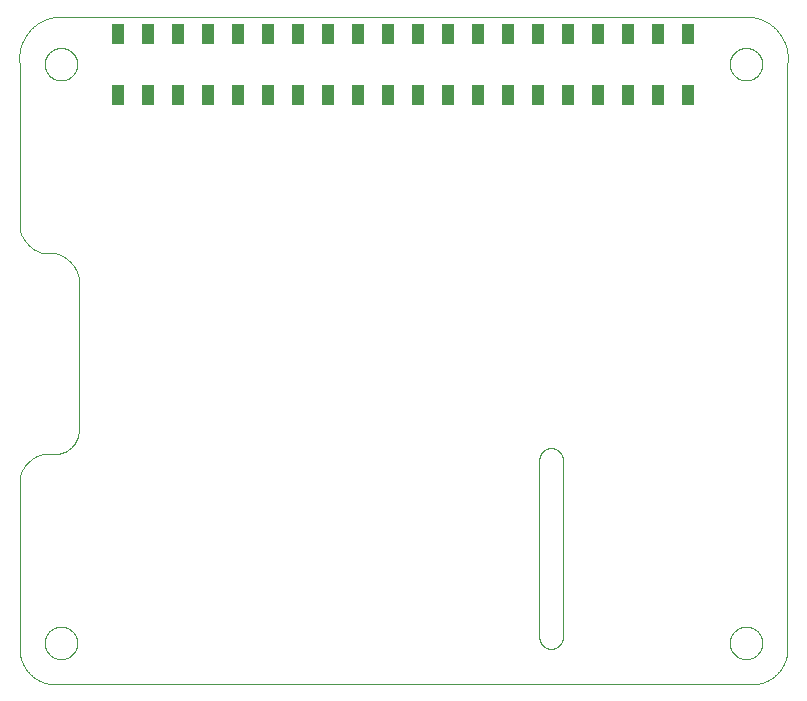
<source format=gbp>
G75*
%MOIN*%
%OFA0B0*%
%FSLAX25Y25*%
%IPPOS*%
%LPD*%
%AMOC8*
5,1,8,0,0,1.08239X$1,22.5*
%
%ADD10C,0.00000*%
%ADD11R,0.03937X0.07087*%
D10*
X0033905Y0014811D02*
X0033905Y0071898D01*
X0033962Y0072141D01*
X0034025Y0072383D01*
X0034094Y0072624D01*
X0034169Y0072862D01*
X0034250Y0073099D01*
X0034336Y0073334D01*
X0034428Y0073566D01*
X0034525Y0073797D01*
X0034628Y0074025D01*
X0034736Y0074250D01*
X0034850Y0074473D01*
X0034969Y0074693D01*
X0035093Y0074910D01*
X0035223Y0075124D01*
X0035358Y0075334D01*
X0035497Y0075542D01*
X0035642Y0075746D01*
X0035791Y0075946D01*
X0035946Y0076143D01*
X0036105Y0076336D01*
X0036268Y0076525D01*
X0036436Y0076710D01*
X0036609Y0076891D01*
X0036786Y0077068D01*
X0036967Y0077241D01*
X0037152Y0077409D01*
X0037341Y0077572D01*
X0037534Y0077731D01*
X0037731Y0077886D01*
X0037931Y0078035D01*
X0038135Y0078180D01*
X0038343Y0078319D01*
X0038553Y0078454D01*
X0038767Y0078584D01*
X0038984Y0078708D01*
X0039204Y0078827D01*
X0039427Y0078941D01*
X0039652Y0079049D01*
X0039880Y0079152D01*
X0040111Y0079249D01*
X0040343Y0079341D01*
X0040578Y0079427D01*
X0040815Y0079508D01*
X0041053Y0079583D01*
X0041294Y0079652D01*
X0041536Y0079715D01*
X0041779Y0079772D01*
X0045716Y0079772D01*
X0045906Y0079774D01*
X0046096Y0079781D01*
X0046286Y0079793D01*
X0046476Y0079809D01*
X0046665Y0079829D01*
X0046854Y0079855D01*
X0047042Y0079884D01*
X0047229Y0079919D01*
X0047415Y0079958D01*
X0047600Y0080001D01*
X0047785Y0080049D01*
X0047968Y0080101D01*
X0048149Y0080157D01*
X0048329Y0080218D01*
X0048508Y0080284D01*
X0048685Y0080353D01*
X0048861Y0080427D01*
X0049034Y0080505D01*
X0049206Y0080588D01*
X0049375Y0080674D01*
X0049543Y0080764D01*
X0049708Y0080859D01*
X0049871Y0080957D01*
X0050031Y0081060D01*
X0050189Y0081166D01*
X0050344Y0081276D01*
X0050497Y0081389D01*
X0050647Y0081507D01*
X0050793Y0081628D01*
X0050937Y0081752D01*
X0051078Y0081880D01*
X0051216Y0082011D01*
X0051351Y0082146D01*
X0051482Y0082284D01*
X0051610Y0082425D01*
X0051734Y0082569D01*
X0051855Y0082715D01*
X0051973Y0082865D01*
X0052086Y0083018D01*
X0052196Y0083173D01*
X0052302Y0083331D01*
X0052405Y0083491D01*
X0052503Y0083654D01*
X0052598Y0083819D01*
X0052688Y0083987D01*
X0052774Y0084156D01*
X0052857Y0084328D01*
X0052935Y0084501D01*
X0053009Y0084677D01*
X0053078Y0084854D01*
X0053144Y0085033D01*
X0053205Y0085213D01*
X0053261Y0085394D01*
X0053313Y0085577D01*
X0053361Y0085762D01*
X0053404Y0085947D01*
X0053443Y0086133D01*
X0053478Y0086320D01*
X0053507Y0086508D01*
X0053533Y0086697D01*
X0053553Y0086886D01*
X0053569Y0087076D01*
X0053581Y0087266D01*
X0053588Y0087456D01*
X0053590Y0087646D01*
X0053590Y0138827D01*
X0053591Y0138827D02*
X0053522Y0139083D01*
X0053446Y0139338D01*
X0053365Y0139590D01*
X0053277Y0139841D01*
X0053184Y0140089D01*
X0053084Y0140336D01*
X0052978Y0140579D01*
X0052867Y0140820D01*
X0052749Y0141058D01*
X0052626Y0141294D01*
X0052498Y0141526D01*
X0052363Y0141755D01*
X0052223Y0141980D01*
X0052078Y0142203D01*
X0051927Y0142421D01*
X0051771Y0142636D01*
X0051610Y0142847D01*
X0051444Y0143054D01*
X0051273Y0143257D01*
X0051097Y0143456D01*
X0050916Y0143651D01*
X0050731Y0143841D01*
X0050541Y0144026D01*
X0050346Y0144207D01*
X0050147Y0144383D01*
X0049944Y0144554D01*
X0049737Y0144720D01*
X0049526Y0144881D01*
X0049311Y0145037D01*
X0049093Y0145188D01*
X0048870Y0145333D01*
X0048645Y0145473D01*
X0048416Y0145608D01*
X0048184Y0145736D01*
X0047948Y0145859D01*
X0047710Y0145977D01*
X0047469Y0146088D01*
X0047226Y0146194D01*
X0046979Y0146294D01*
X0046731Y0146387D01*
X0046480Y0146475D01*
X0046228Y0146556D01*
X0045973Y0146632D01*
X0045717Y0146701D01*
X0045716Y0146701D02*
X0041779Y0146701D01*
X0033905Y0154575D02*
X0033905Y0209693D01*
X0042272Y0209693D02*
X0042274Y0209840D01*
X0042280Y0209986D01*
X0042290Y0210132D01*
X0042304Y0210278D01*
X0042322Y0210424D01*
X0042343Y0210569D01*
X0042369Y0210713D01*
X0042399Y0210857D01*
X0042432Y0210999D01*
X0042469Y0211141D01*
X0042510Y0211282D01*
X0042555Y0211421D01*
X0042604Y0211560D01*
X0042656Y0211697D01*
X0042713Y0211832D01*
X0042772Y0211966D01*
X0042836Y0212098D01*
X0042903Y0212228D01*
X0042973Y0212357D01*
X0043047Y0212484D01*
X0043124Y0212608D01*
X0043205Y0212731D01*
X0043289Y0212851D01*
X0043376Y0212969D01*
X0043466Y0213084D01*
X0043559Y0213197D01*
X0043656Y0213308D01*
X0043755Y0213416D01*
X0043857Y0213521D01*
X0043962Y0213623D01*
X0044070Y0213722D01*
X0044181Y0213819D01*
X0044294Y0213912D01*
X0044409Y0214002D01*
X0044527Y0214089D01*
X0044647Y0214173D01*
X0044770Y0214254D01*
X0044894Y0214331D01*
X0045021Y0214405D01*
X0045150Y0214475D01*
X0045280Y0214542D01*
X0045412Y0214606D01*
X0045546Y0214665D01*
X0045681Y0214722D01*
X0045818Y0214774D01*
X0045957Y0214823D01*
X0046096Y0214868D01*
X0046237Y0214909D01*
X0046379Y0214946D01*
X0046521Y0214979D01*
X0046665Y0215009D01*
X0046809Y0215035D01*
X0046954Y0215056D01*
X0047100Y0215074D01*
X0047246Y0215088D01*
X0047392Y0215098D01*
X0047538Y0215104D01*
X0047685Y0215106D01*
X0047832Y0215104D01*
X0047978Y0215098D01*
X0048124Y0215088D01*
X0048270Y0215074D01*
X0048416Y0215056D01*
X0048561Y0215035D01*
X0048705Y0215009D01*
X0048849Y0214979D01*
X0048991Y0214946D01*
X0049133Y0214909D01*
X0049274Y0214868D01*
X0049413Y0214823D01*
X0049552Y0214774D01*
X0049689Y0214722D01*
X0049824Y0214665D01*
X0049958Y0214606D01*
X0050090Y0214542D01*
X0050220Y0214475D01*
X0050349Y0214405D01*
X0050476Y0214331D01*
X0050600Y0214254D01*
X0050723Y0214173D01*
X0050843Y0214089D01*
X0050961Y0214002D01*
X0051076Y0213912D01*
X0051189Y0213819D01*
X0051300Y0213722D01*
X0051408Y0213623D01*
X0051513Y0213521D01*
X0051615Y0213416D01*
X0051714Y0213308D01*
X0051811Y0213197D01*
X0051904Y0213084D01*
X0051994Y0212969D01*
X0052081Y0212851D01*
X0052165Y0212731D01*
X0052246Y0212608D01*
X0052323Y0212484D01*
X0052397Y0212357D01*
X0052467Y0212228D01*
X0052534Y0212098D01*
X0052598Y0211966D01*
X0052657Y0211832D01*
X0052714Y0211697D01*
X0052766Y0211560D01*
X0052815Y0211421D01*
X0052860Y0211282D01*
X0052901Y0211141D01*
X0052938Y0210999D01*
X0052971Y0210857D01*
X0053001Y0210713D01*
X0053027Y0210569D01*
X0053048Y0210424D01*
X0053066Y0210278D01*
X0053080Y0210132D01*
X0053090Y0209986D01*
X0053096Y0209840D01*
X0053098Y0209693D01*
X0053096Y0209546D01*
X0053090Y0209400D01*
X0053080Y0209254D01*
X0053066Y0209108D01*
X0053048Y0208962D01*
X0053027Y0208817D01*
X0053001Y0208673D01*
X0052971Y0208529D01*
X0052938Y0208387D01*
X0052901Y0208245D01*
X0052860Y0208104D01*
X0052815Y0207965D01*
X0052766Y0207826D01*
X0052714Y0207689D01*
X0052657Y0207554D01*
X0052598Y0207420D01*
X0052534Y0207288D01*
X0052467Y0207158D01*
X0052397Y0207029D01*
X0052323Y0206902D01*
X0052246Y0206778D01*
X0052165Y0206655D01*
X0052081Y0206535D01*
X0051994Y0206417D01*
X0051904Y0206302D01*
X0051811Y0206189D01*
X0051714Y0206078D01*
X0051615Y0205970D01*
X0051513Y0205865D01*
X0051408Y0205763D01*
X0051300Y0205664D01*
X0051189Y0205567D01*
X0051076Y0205474D01*
X0050961Y0205384D01*
X0050843Y0205297D01*
X0050723Y0205213D01*
X0050600Y0205132D01*
X0050476Y0205055D01*
X0050349Y0204981D01*
X0050220Y0204911D01*
X0050090Y0204844D01*
X0049958Y0204780D01*
X0049824Y0204721D01*
X0049689Y0204664D01*
X0049552Y0204612D01*
X0049413Y0204563D01*
X0049274Y0204518D01*
X0049133Y0204477D01*
X0048991Y0204440D01*
X0048849Y0204407D01*
X0048705Y0204377D01*
X0048561Y0204351D01*
X0048416Y0204330D01*
X0048270Y0204312D01*
X0048124Y0204298D01*
X0047978Y0204288D01*
X0047832Y0204282D01*
X0047685Y0204280D01*
X0047538Y0204282D01*
X0047392Y0204288D01*
X0047246Y0204298D01*
X0047100Y0204312D01*
X0046954Y0204330D01*
X0046809Y0204351D01*
X0046665Y0204377D01*
X0046521Y0204407D01*
X0046379Y0204440D01*
X0046237Y0204477D01*
X0046096Y0204518D01*
X0045957Y0204563D01*
X0045818Y0204612D01*
X0045681Y0204664D01*
X0045546Y0204721D01*
X0045412Y0204780D01*
X0045280Y0204844D01*
X0045150Y0204911D01*
X0045021Y0204981D01*
X0044894Y0205055D01*
X0044770Y0205132D01*
X0044647Y0205213D01*
X0044527Y0205297D01*
X0044409Y0205384D01*
X0044294Y0205474D01*
X0044181Y0205567D01*
X0044070Y0205664D01*
X0043962Y0205763D01*
X0043857Y0205865D01*
X0043755Y0205970D01*
X0043656Y0206078D01*
X0043559Y0206189D01*
X0043466Y0206302D01*
X0043376Y0206417D01*
X0043289Y0206535D01*
X0043205Y0206655D01*
X0043124Y0206778D01*
X0043047Y0206902D01*
X0042973Y0207029D01*
X0042903Y0207158D01*
X0042836Y0207288D01*
X0042772Y0207420D01*
X0042713Y0207554D01*
X0042656Y0207689D01*
X0042604Y0207826D01*
X0042555Y0207965D01*
X0042510Y0208104D01*
X0042469Y0208245D01*
X0042432Y0208387D01*
X0042399Y0208529D01*
X0042369Y0208673D01*
X0042343Y0208817D01*
X0042322Y0208962D01*
X0042304Y0209108D01*
X0042290Y0209254D01*
X0042280Y0209400D01*
X0042274Y0209546D01*
X0042272Y0209693D01*
X0033906Y0209693D02*
X0033862Y0210026D01*
X0033827Y0210361D01*
X0033800Y0210696D01*
X0033780Y0211032D01*
X0033769Y0211368D01*
X0033766Y0211704D01*
X0033771Y0212040D01*
X0033784Y0212377D01*
X0033806Y0212712D01*
X0033835Y0213047D01*
X0033873Y0213382D01*
X0033918Y0213715D01*
X0033972Y0214047D01*
X0034034Y0214378D01*
X0034103Y0214707D01*
X0034181Y0215034D01*
X0034266Y0215359D01*
X0034360Y0215682D01*
X0034461Y0216003D01*
X0034569Y0216321D01*
X0034686Y0216637D01*
X0034810Y0216950D01*
X0034941Y0217259D01*
X0035080Y0217566D01*
X0035227Y0217868D01*
X0035380Y0218168D01*
X0035541Y0218463D01*
X0035709Y0218755D01*
X0035884Y0219042D01*
X0036066Y0219325D01*
X0036254Y0219603D01*
X0036450Y0219877D01*
X0036652Y0220146D01*
X0036860Y0220410D01*
X0037074Y0220669D01*
X0037295Y0220923D01*
X0037522Y0221172D01*
X0037755Y0221414D01*
X0037993Y0221652D01*
X0038238Y0221883D01*
X0038487Y0222108D01*
X0038742Y0222327D01*
X0039003Y0222540D01*
X0039268Y0222747D01*
X0039539Y0222947D01*
X0039814Y0223141D01*
X0040093Y0223327D01*
X0040377Y0223507D01*
X0040666Y0223681D01*
X0040958Y0223847D01*
X0041255Y0224006D01*
X0041555Y0224157D01*
X0041859Y0224302D01*
X0042166Y0224439D01*
X0042476Y0224569D01*
X0042790Y0224691D01*
X0043106Y0224805D01*
X0043425Y0224912D01*
X0043746Y0225011D01*
X0044070Y0225102D01*
X0044396Y0225186D01*
X0044724Y0225261D01*
X0045053Y0225329D01*
X0045384Y0225389D01*
X0045717Y0225440D01*
X0045716Y0225441D02*
X0278000Y0225441D01*
X0277999Y0225440D02*
X0278332Y0225389D01*
X0278663Y0225329D01*
X0278992Y0225261D01*
X0279320Y0225186D01*
X0279646Y0225102D01*
X0279970Y0225011D01*
X0280291Y0224912D01*
X0280610Y0224805D01*
X0280926Y0224691D01*
X0281240Y0224569D01*
X0281550Y0224439D01*
X0281857Y0224302D01*
X0282161Y0224157D01*
X0282461Y0224006D01*
X0282758Y0223847D01*
X0283050Y0223681D01*
X0283339Y0223507D01*
X0283623Y0223327D01*
X0283902Y0223141D01*
X0284177Y0222947D01*
X0284448Y0222747D01*
X0284713Y0222540D01*
X0284974Y0222327D01*
X0285229Y0222108D01*
X0285478Y0221883D01*
X0285723Y0221652D01*
X0285961Y0221414D01*
X0286194Y0221172D01*
X0286421Y0220923D01*
X0286642Y0220669D01*
X0286856Y0220410D01*
X0287064Y0220146D01*
X0287266Y0219877D01*
X0287462Y0219603D01*
X0287650Y0219325D01*
X0287832Y0219042D01*
X0288007Y0218755D01*
X0288175Y0218463D01*
X0288336Y0218168D01*
X0288489Y0217868D01*
X0288636Y0217566D01*
X0288775Y0217259D01*
X0288906Y0216950D01*
X0289030Y0216637D01*
X0289147Y0216321D01*
X0289255Y0216003D01*
X0289356Y0215682D01*
X0289450Y0215359D01*
X0289535Y0215034D01*
X0289613Y0214707D01*
X0289682Y0214378D01*
X0289744Y0214047D01*
X0289798Y0213715D01*
X0289843Y0213382D01*
X0289881Y0213047D01*
X0289910Y0212712D01*
X0289932Y0212377D01*
X0289945Y0212040D01*
X0289950Y0211704D01*
X0289947Y0211368D01*
X0289936Y0211032D01*
X0289916Y0210696D01*
X0289889Y0210361D01*
X0289854Y0210026D01*
X0289810Y0209693D01*
X0289811Y0209693D02*
X0289811Y0014811D01*
X0289808Y0014526D01*
X0289797Y0014240D01*
X0289780Y0013955D01*
X0289756Y0013671D01*
X0289725Y0013387D01*
X0289687Y0013104D01*
X0289642Y0012823D01*
X0289591Y0012542D01*
X0289533Y0012262D01*
X0289468Y0011984D01*
X0289396Y0011708D01*
X0289318Y0011434D01*
X0289233Y0011161D01*
X0289141Y0010891D01*
X0289043Y0010623D01*
X0288939Y0010357D01*
X0288828Y0010094D01*
X0288711Y0009834D01*
X0288588Y0009576D01*
X0288458Y0009322D01*
X0288322Y0009071D01*
X0288181Y0008823D01*
X0288033Y0008579D01*
X0287880Y0008338D01*
X0287720Y0008102D01*
X0287555Y0007869D01*
X0287385Y0007640D01*
X0287209Y0007415D01*
X0287027Y0007195D01*
X0286841Y0006979D01*
X0286649Y0006768D01*
X0286452Y0006561D01*
X0286250Y0006359D01*
X0286043Y0006162D01*
X0285832Y0005970D01*
X0285616Y0005784D01*
X0285396Y0005602D01*
X0285171Y0005426D01*
X0284942Y0005256D01*
X0284709Y0005091D01*
X0284473Y0004931D01*
X0284232Y0004778D01*
X0283988Y0004630D01*
X0283740Y0004489D01*
X0283489Y0004353D01*
X0283235Y0004223D01*
X0282977Y0004100D01*
X0282717Y0003983D01*
X0282454Y0003872D01*
X0282188Y0003768D01*
X0281920Y0003670D01*
X0281650Y0003578D01*
X0281377Y0003493D01*
X0281103Y0003415D01*
X0280827Y0003343D01*
X0280549Y0003278D01*
X0280269Y0003220D01*
X0279988Y0003169D01*
X0279707Y0003124D01*
X0279424Y0003086D01*
X0279140Y0003055D01*
X0278856Y0003031D01*
X0278571Y0003014D01*
X0278285Y0003003D01*
X0278000Y0003000D01*
X0045716Y0003000D01*
X0045431Y0003003D01*
X0045145Y0003014D01*
X0044860Y0003031D01*
X0044576Y0003055D01*
X0044292Y0003086D01*
X0044009Y0003124D01*
X0043728Y0003169D01*
X0043447Y0003220D01*
X0043167Y0003278D01*
X0042889Y0003343D01*
X0042613Y0003415D01*
X0042339Y0003493D01*
X0042066Y0003578D01*
X0041796Y0003670D01*
X0041528Y0003768D01*
X0041262Y0003872D01*
X0040999Y0003983D01*
X0040739Y0004100D01*
X0040481Y0004223D01*
X0040227Y0004353D01*
X0039976Y0004489D01*
X0039728Y0004630D01*
X0039484Y0004778D01*
X0039243Y0004931D01*
X0039007Y0005091D01*
X0038774Y0005256D01*
X0038545Y0005426D01*
X0038320Y0005602D01*
X0038100Y0005784D01*
X0037884Y0005970D01*
X0037673Y0006162D01*
X0037466Y0006359D01*
X0037264Y0006561D01*
X0037067Y0006768D01*
X0036875Y0006979D01*
X0036689Y0007195D01*
X0036507Y0007415D01*
X0036331Y0007640D01*
X0036161Y0007869D01*
X0035996Y0008102D01*
X0035836Y0008338D01*
X0035683Y0008579D01*
X0035535Y0008823D01*
X0035394Y0009071D01*
X0035258Y0009322D01*
X0035128Y0009576D01*
X0035005Y0009834D01*
X0034888Y0010094D01*
X0034777Y0010357D01*
X0034673Y0010623D01*
X0034575Y0010891D01*
X0034483Y0011161D01*
X0034398Y0011434D01*
X0034320Y0011708D01*
X0034248Y0011984D01*
X0034183Y0012262D01*
X0034125Y0012542D01*
X0034074Y0012823D01*
X0034029Y0013104D01*
X0033991Y0013387D01*
X0033960Y0013671D01*
X0033936Y0013955D01*
X0033919Y0014240D01*
X0033908Y0014526D01*
X0033905Y0014811D01*
X0042272Y0016780D02*
X0042274Y0016927D01*
X0042280Y0017073D01*
X0042290Y0017219D01*
X0042304Y0017365D01*
X0042322Y0017511D01*
X0042343Y0017656D01*
X0042369Y0017800D01*
X0042399Y0017944D01*
X0042432Y0018086D01*
X0042469Y0018228D01*
X0042510Y0018369D01*
X0042555Y0018508D01*
X0042604Y0018647D01*
X0042656Y0018784D01*
X0042713Y0018919D01*
X0042772Y0019053D01*
X0042836Y0019185D01*
X0042903Y0019315D01*
X0042973Y0019444D01*
X0043047Y0019571D01*
X0043124Y0019695D01*
X0043205Y0019818D01*
X0043289Y0019938D01*
X0043376Y0020056D01*
X0043466Y0020171D01*
X0043559Y0020284D01*
X0043656Y0020395D01*
X0043755Y0020503D01*
X0043857Y0020608D01*
X0043962Y0020710D01*
X0044070Y0020809D01*
X0044181Y0020906D01*
X0044294Y0020999D01*
X0044409Y0021089D01*
X0044527Y0021176D01*
X0044647Y0021260D01*
X0044770Y0021341D01*
X0044894Y0021418D01*
X0045021Y0021492D01*
X0045150Y0021562D01*
X0045280Y0021629D01*
X0045412Y0021693D01*
X0045546Y0021752D01*
X0045681Y0021809D01*
X0045818Y0021861D01*
X0045957Y0021910D01*
X0046096Y0021955D01*
X0046237Y0021996D01*
X0046379Y0022033D01*
X0046521Y0022066D01*
X0046665Y0022096D01*
X0046809Y0022122D01*
X0046954Y0022143D01*
X0047100Y0022161D01*
X0047246Y0022175D01*
X0047392Y0022185D01*
X0047538Y0022191D01*
X0047685Y0022193D01*
X0047832Y0022191D01*
X0047978Y0022185D01*
X0048124Y0022175D01*
X0048270Y0022161D01*
X0048416Y0022143D01*
X0048561Y0022122D01*
X0048705Y0022096D01*
X0048849Y0022066D01*
X0048991Y0022033D01*
X0049133Y0021996D01*
X0049274Y0021955D01*
X0049413Y0021910D01*
X0049552Y0021861D01*
X0049689Y0021809D01*
X0049824Y0021752D01*
X0049958Y0021693D01*
X0050090Y0021629D01*
X0050220Y0021562D01*
X0050349Y0021492D01*
X0050476Y0021418D01*
X0050600Y0021341D01*
X0050723Y0021260D01*
X0050843Y0021176D01*
X0050961Y0021089D01*
X0051076Y0020999D01*
X0051189Y0020906D01*
X0051300Y0020809D01*
X0051408Y0020710D01*
X0051513Y0020608D01*
X0051615Y0020503D01*
X0051714Y0020395D01*
X0051811Y0020284D01*
X0051904Y0020171D01*
X0051994Y0020056D01*
X0052081Y0019938D01*
X0052165Y0019818D01*
X0052246Y0019695D01*
X0052323Y0019571D01*
X0052397Y0019444D01*
X0052467Y0019315D01*
X0052534Y0019185D01*
X0052598Y0019053D01*
X0052657Y0018919D01*
X0052714Y0018784D01*
X0052766Y0018647D01*
X0052815Y0018508D01*
X0052860Y0018369D01*
X0052901Y0018228D01*
X0052938Y0018086D01*
X0052971Y0017944D01*
X0053001Y0017800D01*
X0053027Y0017656D01*
X0053048Y0017511D01*
X0053066Y0017365D01*
X0053080Y0017219D01*
X0053090Y0017073D01*
X0053096Y0016927D01*
X0053098Y0016780D01*
X0053096Y0016633D01*
X0053090Y0016487D01*
X0053080Y0016341D01*
X0053066Y0016195D01*
X0053048Y0016049D01*
X0053027Y0015904D01*
X0053001Y0015760D01*
X0052971Y0015616D01*
X0052938Y0015474D01*
X0052901Y0015332D01*
X0052860Y0015191D01*
X0052815Y0015052D01*
X0052766Y0014913D01*
X0052714Y0014776D01*
X0052657Y0014641D01*
X0052598Y0014507D01*
X0052534Y0014375D01*
X0052467Y0014245D01*
X0052397Y0014116D01*
X0052323Y0013989D01*
X0052246Y0013865D01*
X0052165Y0013742D01*
X0052081Y0013622D01*
X0051994Y0013504D01*
X0051904Y0013389D01*
X0051811Y0013276D01*
X0051714Y0013165D01*
X0051615Y0013057D01*
X0051513Y0012952D01*
X0051408Y0012850D01*
X0051300Y0012751D01*
X0051189Y0012654D01*
X0051076Y0012561D01*
X0050961Y0012471D01*
X0050843Y0012384D01*
X0050723Y0012300D01*
X0050600Y0012219D01*
X0050476Y0012142D01*
X0050349Y0012068D01*
X0050220Y0011998D01*
X0050090Y0011931D01*
X0049958Y0011867D01*
X0049824Y0011808D01*
X0049689Y0011751D01*
X0049552Y0011699D01*
X0049413Y0011650D01*
X0049274Y0011605D01*
X0049133Y0011564D01*
X0048991Y0011527D01*
X0048849Y0011494D01*
X0048705Y0011464D01*
X0048561Y0011438D01*
X0048416Y0011417D01*
X0048270Y0011399D01*
X0048124Y0011385D01*
X0047978Y0011375D01*
X0047832Y0011369D01*
X0047685Y0011367D01*
X0047538Y0011369D01*
X0047392Y0011375D01*
X0047246Y0011385D01*
X0047100Y0011399D01*
X0046954Y0011417D01*
X0046809Y0011438D01*
X0046665Y0011464D01*
X0046521Y0011494D01*
X0046379Y0011527D01*
X0046237Y0011564D01*
X0046096Y0011605D01*
X0045957Y0011650D01*
X0045818Y0011699D01*
X0045681Y0011751D01*
X0045546Y0011808D01*
X0045412Y0011867D01*
X0045280Y0011931D01*
X0045150Y0011998D01*
X0045021Y0012068D01*
X0044894Y0012142D01*
X0044770Y0012219D01*
X0044647Y0012300D01*
X0044527Y0012384D01*
X0044409Y0012471D01*
X0044294Y0012561D01*
X0044181Y0012654D01*
X0044070Y0012751D01*
X0043962Y0012850D01*
X0043857Y0012952D01*
X0043755Y0013057D01*
X0043656Y0013165D01*
X0043559Y0013276D01*
X0043466Y0013389D01*
X0043376Y0013504D01*
X0043289Y0013622D01*
X0043205Y0013742D01*
X0043124Y0013865D01*
X0043047Y0013989D01*
X0042973Y0014116D01*
X0042903Y0014245D01*
X0042836Y0014375D01*
X0042772Y0014507D01*
X0042713Y0014641D01*
X0042656Y0014776D01*
X0042604Y0014913D01*
X0042555Y0015052D01*
X0042510Y0015191D01*
X0042469Y0015332D01*
X0042432Y0015474D01*
X0042399Y0015616D01*
X0042369Y0015760D01*
X0042343Y0015904D01*
X0042322Y0016049D01*
X0042304Y0016195D01*
X0042290Y0016341D01*
X0042280Y0016487D01*
X0042274Y0016633D01*
X0042272Y0016780D01*
X0207134Y0018748D02*
X0207134Y0077803D01*
X0207136Y0077927D01*
X0207142Y0078050D01*
X0207151Y0078174D01*
X0207165Y0078296D01*
X0207182Y0078419D01*
X0207204Y0078541D01*
X0207229Y0078662D01*
X0207258Y0078782D01*
X0207290Y0078901D01*
X0207327Y0079020D01*
X0207367Y0079137D01*
X0207410Y0079252D01*
X0207458Y0079367D01*
X0207509Y0079479D01*
X0207563Y0079590D01*
X0207621Y0079700D01*
X0207682Y0079807D01*
X0207747Y0079913D01*
X0207815Y0080016D01*
X0207886Y0080117D01*
X0207960Y0080216D01*
X0208037Y0080313D01*
X0208118Y0080407D01*
X0208201Y0080498D01*
X0208287Y0080587D01*
X0208376Y0080673D01*
X0208467Y0080756D01*
X0208561Y0080837D01*
X0208658Y0080914D01*
X0208757Y0080988D01*
X0208858Y0081059D01*
X0208961Y0081127D01*
X0209067Y0081192D01*
X0209174Y0081253D01*
X0209284Y0081311D01*
X0209395Y0081365D01*
X0209507Y0081416D01*
X0209622Y0081464D01*
X0209737Y0081507D01*
X0209854Y0081547D01*
X0209973Y0081584D01*
X0210092Y0081616D01*
X0210212Y0081645D01*
X0210333Y0081670D01*
X0210455Y0081692D01*
X0210578Y0081709D01*
X0210700Y0081723D01*
X0210824Y0081732D01*
X0210947Y0081738D01*
X0211071Y0081740D01*
X0211195Y0081738D01*
X0211318Y0081732D01*
X0211442Y0081723D01*
X0211564Y0081709D01*
X0211687Y0081692D01*
X0211809Y0081670D01*
X0211930Y0081645D01*
X0212050Y0081616D01*
X0212169Y0081584D01*
X0212288Y0081547D01*
X0212405Y0081507D01*
X0212520Y0081464D01*
X0212635Y0081416D01*
X0212747Y0081365D01*
X0212858Y0081311D01*
X0212968Y0081253D01*
X0213075Y0081192D01*
X0213181Y0081127D01*
X0213284Y0081059D01*
X0213385Y0080988D01*
X0213484Y0080914D01*
X0213581Y0080837D01*
X0213675Y0080756D01*
X0213766Y0080673D01*
X0213855Y0080587D01*
X0213941Y0080498D01*
X0214024Y0080407D01*
X0214105Y0080313D01*
X0214182Y0080216D01*
X0214256Y0080117D01*
X0214327Y0080016D01*
X0214395Y0079913D01*
X0214460Y0079807D01*
X0214521Y0079700D01*
X0214579Y0079590D01*
X0214633Y0079479D01*
X0214684Y0079367D01*
X0214732Y0079252D01*
X0214775Y0079137D01*
X0214815Y0079020D01*
X0214852Y0078901D01*
X0214884Y0078782D01*
X0214913Y0078662D01*
X0214938Y0078541D01*
X0214960Y0078419D01*
X0214977Y0078296D01*
X0214991Y0078174D01*
X0215000Y0078050D01*
X0215006Y0077927D01*
X0215008Y0077803D01*
X0215008Y0018748D01*
X0211071Y0014811D02*
X0210947Y0014813D01*
X0210824Y0014819D01*
X0210700Y0014828D01*
X0210578Y0014842D01*
X0210455Y0014859D01*
X0210333Y0014881D01*
X0210212Y0014906D01*
X0210092Y0014935D01*
X0209973Y0014967D01*
X0209854Y0015004D01*
X0209737Y0015044D01*
X0209622Y0015087D01*
X0209507Y0015135D01*
X0209395Y0015186D01*
X0209284Y0015240D01*
X0209174Y0015298D01*
X0209067Y0015359D01*
X0208961Y0015424D01*
X0208858Y0015492D01*
X0208757Y0015563D01*
X0208658Y0015637D01*
X0208561Y0015714D01*
X0208467Y0015795D01*
X0208376Y0015878D01*
X0208287Y0015964D01*
X0208201Y0016053D01*
X0208118Y0016144D01*
X0208037Y0016238D01*
X0207960Y0016335D01*
X0207886Y0016434D01*
X0207815Y0016535D01*
X0207747Y0016638D01*
X0207682Y0016744D01*
X0207621Y0016851D01*
X0207563Y0016961D01*
X0207509Y0017072D01*
X0207458Y0017184D01*
X0207410Y0017299D01*
X0207367Y0017414D01*
X0207327Y0017531D01*
X0207290Y0017650D01*
X0207258Y0017769D01*
X0207229Y0017889D01*
X0207204Y0018010D01*
X0207182Y0018132D01*
X0207165Y0018255D01*
X0207151Y0018377D01*
X0207142Y0018501D01*
X0207136Y0018624D01*
X0207134Y0018748D01*
X0211071Y0014811D02*
X0211195Y0014813D01*
X0211318Y0014819D01*
X0211442Y0014828D01*
X0211564Y0014842D01*
X0211687Y0014859D01*
X0211809Y0014881D01*
X0211930Y0014906D01*
X0212050Y0014935D01*
X0212169Y0014967D01*
X0212288Y0015004D01*
X0212405Y0015044D01*
X0212520Y0015087D01*
X0212635Y0015135D01*
X0212747Y0015186D01*
X0212858Y0015240D01*
X0212968Y0015298D01*
X0213075Y0015359D01*
X0213181Y0015424D01*
X0213284Y0015492D01*
X0213385Y0015563D01*
X0213484Y0015637D01*
X0213581Y0015714D01*
X0213675Y0015795D01*
X0213766Y0015878D01*
X0213855Y0015964D01*
X0213941Y0016053D01*
X0214024Y0016144D01*
X0214105Y0016238D01*
X0214182Y0016335D01*
X0214256Y0016434D01*
X0214327Y0016535D01*
X0214395Y0016638D01*
X0214460Y0016744D01*
X0214521Y0016851D01*
X0214579Y0016961D01*
X0214633Y0017072D01*
X0214684Y0017184D01*
X0214732Y0017299D01*
X0214775Y0017414D01*
X0214815Y0017531D01*
X0214852Y0017650D01*
X0214884Y0017769D01*
X0214913Y0017889D01*
X0214938Y0018010D01*
X0214960Y0018132D01*
X0214977Y0018255D01*
X0214991Y0018377D01*
X0215000Y0018501D01*
X0215006Y0018624D01*
X0215008Y0018748D01*
X0270618Y0016780D02*
X0270620Y0016927D01*
X0270626Y0017073D01*
X0270636Y0017219D01*
X0270650Y0017365D01*
X0270668Y0017511D01*
X0270689Y0017656D01*
X0270715Y0017800D01*
X0270745Y0017944D01*
X0270778Y0018086D01*
X0270815Y0018228D01*
X0270856Y0018369D01*
X0270901Y0018508D01*
X0270950Y0018647D01*
X0271002Y0018784D01*
X0271059Y0018919D01*
X0271118Y0019053D01*
X0271182Y0019185D01*
X0271249Y0019315D01*
X0271319Y0019444D01*
X0271393Y0019571D01*
X0271470Y0019695D01*
X0271551Y0019818D01*
X0271635Y0019938D01*
X0271722Y0020056D01*
X0271812Y0020171D01*
X0271905Y0020284D01*
X0272002Y0020395D01*
X0272101Y0020503D01*
X0272203Y0020608D01*
X0272308Y0020710D01*
X0272416Y0020809D01*
X0272527Y0020906D01*
X0272640Y0020999D01*
X0272755Y0021089D01*
X0272873Y0021176D01*
X0272993Y0021260D01*
X0273116Y0021341D01*
X0273240Y0021418D01*
X0273367Y0021492D01*
X0273496Y0021562D01*
X0273626Y0021629D01*
X0273758Y0021693D01*
X0273892Y0021752D01*
X0274027Y0021809D01*
X0274164Y0021861D01*
X0274303Y0021910D01*
X0274442Y0021955D01*
X0274583Y0021996D01*
X0274725Y0022033D01*
X0274867Y0022066D01*
X0275011Y0022096D01*
X0275155Y0022122D01*
X0275300Y0022143D01*
X0275446Y0022161D01*
X0275592Y0022175D01*
X0275738Y0022185D01*
X0275884Y0022191D01*
X0276031Y0022193D01*
X0276178Y0022191D01*
X0276324Y0022185D01*
X0276470Y0022175D01*
X0276616Y0022161D01*
X0276762Y0022143D01*
X0276907Y0022122D01*
X0277051Y0022096D01*
X0277195Y0022066D01*
X0277337Y0022033D01*
X0277479Y0021996D01*
X0277620Y0021955D01*
X0277759Y0021910D01*
X0277898Y0021861D01*
X0278035Y0021809D01*
X0278170Y0021752D01*
X0278304Y0021693D01*
X0278436Y0021629D01*
X0278566Y0021562D01*
X0278695Y0021492D01*
X0278822Y0021418D01*
X0278946Y0021341D01*
X0279069Y0021260D01*
X0279189Y0021176D01*
X0279307Y0021089D01*
X0279422Y0020999D01*
X0279535Y0020906D01*
X0279646Y0020809D01*
X0279754Y0020710D01*
X0279859Y0020608D01*
X0279961Y0020503D01*
X0280060Y0020395D01*
X0280157Y0020284D01*
X0280250Y0020171D01*
X0280340Y0020056D01*
X0280427Y0019938D01*
X0280511Y0019818D01*
X0280592Y0019695D01*
X0280669Y0019571D01*
X0280743Y0019444D01*
X0280813Y0019315D01*
X0280880Y0019185D01*
X0280944Y0019053D01*
X0281003Y0018919D01*
X0281060Y0018784D01*
X0281112Y0018647D01*
X0281161Y0018508D01*
X0281206Y0018369D01*
X0281247Y0018228D01*
X0281284Y0018086D01*
X0281317Y0017944D01*
X0281347Y0017800D01*
X0281373Y0017656D01*
X0281394Y0017511D01*
X0281412Y0017365D01*
X0281426Y0017219D01*
X0281436Y0017073D01*
X0281442Y0016927D01*
X0281444Y0016780D01*
X0281442Y0016633D01*
X0281436Y0016487D01*
X0281426Y0016341D01*
X0281412Y0016195D01*
X0281394Y0016049D01*
X0281373Y0015904D01*
X0281347Y0015760D01*
X0281317Y0015616D01*
X0281284Y0015474D01*
X0281247Y0015332D01*
X0281206Y0015191D01*
X0281161Y0015052D01*
X0281112Y0014913D01*
X0281060Y0014776D01*
X0281003Y0014641D01*
X0280944Y0014507D01*
X0280880Y0014375D01*
X0280813Y0014245D01*
X0280743Y0014116D01*
X0280669Y0013989D01*
X0280592Y0013865D01*
X0280511Y0013742D01*
X0280427Y0013622D01*
X0280340Y0013504D01*
X0280250Y0013389D01*
X0280157Y0013276D01*
X0280060Y0013165D01*
X0279961Y0013057D01*
X0279859Y0012952D01*
X0279754Y0012850D01*
X0279646Y0012751D01*
X0279535Y0012654D01*
X0279422Y0012561D01*
X0279307Y0012471D01*
X0279189Y0012384D01*
X0279069Y0012300D01*
X0278946Y0012219D01*
X0278822Y0012142D01*
X0278695Y0012068D01*
X0278566Y0011998D01*
X0278436Y0011931D01*
X0278304Y0011867D01*
X0278170Y0011808D01*
X0278035Y0011751D01*
X0277898Y0011699D01*
X0277759Y0011650D01*
X0277620Y0011605D01*
X0277479Y0011564D01*
X0277337Y0011527D01*
X0277195Y0011494D01*
X0277051Y0011464D01*
X0276907Y0011438D01*
X0276762Y0011417D01*
X0276616Y0011399D01*
X0276470Y0011385D01*
X0276324Y0011375D01*
X0276178Y0011369D01*
X0276031Y0011367D01*
X0275884Y0011369D01*
X0275738Y0011375D01*
X0275592Y0011385D01*
X0275446Y0011399D01*
X0275300Y0011417D01*
X0275155Y0011438D01*
X0275011Y0011464D01*
X0274867Y0011494D01*
X0274725Y0011527D01*
X0274583Y0011564D01*
X0274442Y0011605D01*
X0274303Y0011650D01*
X0274164Y0011699D01*
X0274027Y0011751D01*
X0273892Y0011808D01*
X0273758Y0011867D01*
X0273626Y0011931D01*
X0273496Y0011998D01*
X0273367Y0012068D01*
X0273240Y0012142D01*
X0273116Y0012219D01*
X0272993Y0012300D01*
X0272873Y0012384D01*
X0272755Y0012471D01*
X0272640Y0012561D01*
X0272527Y0012654D01*
X0272416Y0012751D01*
X0272308Y0012850D01*
X0272203Y0012952D01*
X0272101Y0013057D01*
X0272002Y0013165D01*
X0271905Y0013276D01*
X0271812Y0013389D01*
X0271722Y0013504D01*
X0271635Y0013622D01*
X0271551Y0013742D01*
X0271470Y0013865D01*
X0271393Y0013989D01*
X0271319Y0014116D01*
X0271249Y0014245D01*
X0271182Y0014375D01*
X0271118Y0014507D01*
X0271059Y0014641D01*
X0271002Y0014776D01*
X0270950Y0014913D01*
X0270901Y0015052D01*
X0270856Y0015191D01*
X0270815Y0015332D01*
X0270778Y0015474D01*
X0270745Y0015616D01*
X0270715Y0015760D01*
X0270689Y0015904D01*
X0270668Y0016049D01*
X0270650Y0016195D01*
X0270636Y0016341D01*
X0270626Y0016487D01*
X0270620Y0016633D01*
X0270618Y0016780D01*
X0041779Y0146700D02*
X0041523Y0146769D01*
X0041268Y0146845D01*
X0041016Y0146926D01*
X0040765Y0147014D01*
X0040517Y0147107D01*
X0040270Y0147207D01*
X0040027Y0147313D01*
X0039786Y0147424D01*
X0039548Y0147542D01*
X0039312Y0147665D01*
X0039080Y0147793D01*
X0038851Y0147928D01*
X0038626Y0148068D01*
X0038403Y0148213D01*
X0038185Y0148364D01*
X0037970Y0148520D01*
X0037759Y0148681D01*
X0037552Y0148847D01*
X0037349Y0149018D01*
X0037150Y0149194D01*
X0036955Y0149375D01*
X0036765Y0149560D01*
X0036580Y0149750D01*
X0036399Y0149945D01*
X0036223Y0150144D01*
X0036052Y0150347D01*
X0035886Y0150554D01*
X0035725Y0150765D01*
X0035569Y0150980D01*
X0035418Y0151198D01*
X0035273Y0151421D01*
X0035133Y0151646D01*
X0034998Y0151875D01*
X0034870Y0152107D01*
X0034747Y0152343D01*
X0034629Y0152581D01*
X0034518Y0152822D01*
X0034412Y0153065D01*
X0034312Y0153312D01*
X0034219Y0153560D01*
X0034131Y0153811D01*
X0034050Y0154063D01*
X0033974Y0154318D01*
X0033905Y0154574D01*
X0270618Y0209693D02*
X0270620Y0209840D01*
X0270626Y0209986D01*
X0270636Y0210132D01*
X0270650Y0210278D01*
X0270668Y0210424D01*
X0270689Y0210569D01*
X0270715Y0210713D01*
X0270745Y0210857D01*
X0270778Y0210999D01*
X0270815Y0211141D01*
X0270856Y0211282D01*
X0270901Y0211421D01*
X0270950Y0211560D01*
X0271002Y0211697D01*
X0271059Y0211832D01*
X0271118Y0211966D01*
X0271182Y0212098D01*
X0271249Y0212228D01*
X0271319Y0212357D01*
X0271393Y0212484D01*
X0271470Y0212608D01*
X0271551Y0212731D01*
X0271635Y0212851D01*
X0271722Y0212969D01*
X0271812Y0213084D01*
X0271905Y0213197D01*
X0272002Y0213308D01*
X0272101Y0213416D01*
X0272203Y0213521D01*
X0272308Y0213623D01*
X0272416Y0213722D01*
X0272527Y0213819D01*
X0272640Y0213912D01*
X0272755Y0214002D01*
X0272873Y0214089D01*
X0272993Y0214173D01*
X0273116Y0214254D01*
X0273240Y0214331D01*
X0273367Y0214405D01*
X0273496Y0214475D01*
X0273626Y0214542D01*
X0273758Y0214606D01*
X0273892Y0214665D01*
X0274027Y0214722D01*
X0274164Y0214774D01*
X0274303Y0214823D01*
X0274442Y0214868D01*
X0274583Y0214909D01*
X0274725Y0214946D01*
X0274867Y0214979D01*
X0275011Y0215009D01*
X0275155Y0215035D01*
X0275300Y0215056D01*
X0275446Y0215074D01*
X0275592Y0215088D01*
X0275738Y0215098D01*
X0275884Y0215104D01*
X0276031Y0215106D01*
X0276178Y0215104D01*
X0276324Y0215098D01*
X0276470Y0215088D01*
X0276616Y0215074D01*
X0276762Y0215056D01*
X0276907Y0215035D01*
X0277051Y0215009D01*
X0277195Y0214979D01*
X0277337Y0214946D01*
X0277479Y0214909D01*
X0277620Y0214868D01*
X0277759Y0214823D01*
X0277898Y0214774D01*
X0278035Y0214722D01*
X0278170Y0214665D01*
X0278304Y0214606D01*
X0278436Y0214542D01*
X0278566Y0214475D01*
X0278695Y0214405D01*
X0278822Y0214331D01*
X0278946Y0214254D01*
X0279069Y0214173D01*
X0279189Y0214089D01*
X0279307Y0214002D01*
X0279422Y0213912D01*
X0279535Y0213819D01*
X0279646Y0213722D01*
X0279754Y0213623D01*
X0279859Y0213521D01*
X0279961Y0213416D01*
X0280060Y0213308D01*
X0280157Y0213197D01*
X0280250Y0213084D01*
X0280340Y0212969D01*
X0280427Y0212851D01*
X0280511Y0212731D01*
X0280592Y0212608D01*
X0280669Y0212484D01*
X0280743Y0212357D01*
X0280813Y0212228D01*
X0280880Y0212098D01*
X0280944Y0211966D01*
X0281003Y0211832D01*
X0281060Y0211697D01*
X0281112Y0211560D01*
X0281161Y0211421D01*
X0281206Y0211282D01*
X0281247Y0211141D01*
X0281284Y0210999D01*
X0281317Y0210857D01*
X0281347Y0210713D01*
X0281373Y0210569D01*
X0281394Y0210424D01*
X0281412Y0210278D01*
X0281426Y0210132D01*
X0281436Y0209986D01*
X0281442Y0209840D01*
X0281444Y0209693D01*
X0281442Y0209546D01*
X0281436Y0209400D01*
X0281426Y0209254D01*
X0281412Y0209108D01*
X0281394Y0208962D01*
X0281373Y0208817D01*
X0281347Y0208673D01*
X0281317Y0208529D01*
X0281284Y0208387D01*
X0281247Y0208245D01*
X0281206Y0208104D01*
X0281161Y0207965D01*
X0281112Y0207826D01*
X0281060Y0207689D01*
X0281003Y0207554D01*
X0280944Y0207420D01*
X0280880Y0207288D01*
X0280813Y0207158D01*
X0280743Y0207029D01*
X0280669Y0206902D01*
X0280592Y0206778D01*
X0280511Y0206655D01*
X0280427Y0206535D01*
X0280340Y0206417D01*
X0280250Y0206302D01*
X0280157Y0206189D01*
X0280060Y0206078D01*
X0279961Y0205970D01*
X0279859Y0205865D01*
X0279754Y0205763D01*
X0279646Y0205664D01*
X0279535Y0205567D01*
X0279422Y0205474D01*
X0279307Y0205384D01*
X0279189Y0205297D01*
X0279069Y0205213D01*
X0278946Y0205132D01*
X0278822Y0205055D01*
X0278695Y0204981D01*
X0278566Y0204911D01*
X0278436Y0204844D01*
X0278304Y0204780D01*
X0278170Y0204721D01*
X0278035Y0204664D01*
X0277898Y0204612D01*
X0277759Y0204563D01*
X0277620Y0204518D01*
X0277479Y0204477D01*
X0277337Y0204440D01*
X0277195Y0204407D01*
X0277051Y0204377D01*
X0276907Y0204351D01*
X0276762Y0204330D01*
X0276616Y0204312D01*
X0276470Y0204298D01*
X0276324Y0204288D01*
X0276178Y0204282D01*
X0276031Y0204280D01*
X0275884Y0204282D01*
X0275738Y0204288D01*
X0275592Y0204298D01*
X0275446Y0204312D01*
X0275300Y0204330D01*
X0275155Y0204351D01*
X0275011Y0204377D01*
X0274867Y0204407D01*
X0274725Y0204440D01*
X0274583Y0204477D01*
X0274442Y0204518D01*
X0274303Y0204563D01*
X0274164Y0204612D01*
X0274027Y0204664D01*
X0273892Y0204721D01*
X0273758Y0204780D01*
X0273626Y0204844D01*
X0273496Y0204911D01*
X0273367Y0204981D01*
X0273240Y0205055D01*
X0273116Y0205132D01*
X0272993Y0205213D01*
X0272873Y0205297D01*
X0272755Y0205384D01*
X0272640Y0205474D01*
X0272527Y0205567D01*
X0272416Y0205664D01*
X0272308Y0205763D01*
X0272203Y0205865D01*
X0272101Y0205970D01*
X0272002Y0206078D01*
X0271905Y0206189D01*
X0271812Y0206302D01*
X0271722Y0206417D01*
X0271635Y0206535D01*
X0271551Y0206655D01*
X0271470Y0206778D01*
X0271393Y0206902D01*
X0271319Y0207029D01*
X0271249Y0207158D01*
X0271182Y0207288D01*
X0271118Y0207420D01*
X0271059Y0207554D01*
X0271002Y0207689D01*
X0270950Y0207826D01*
X0270901Y0207965D01*
X0270856Y0208104D01*
X0270815Y0208245D01*
X0270778Y0208387D01*
X0270745Y0208529D01*
X0270715Y0208673D01*
X0270689Y0208817D01*
X0270668Y0208962D01*
X0270650Y0209108D01*
X0270636Y0209254D01*
X0270626Y0209400D01*
X0270620Y0209546D01*
X0270618Y0209693D01*
D11*
X0256858Y0199457D03*
X0246858Y0199457D03*
X0236858Y0199457D03*
X0226858Y0199457D03*
X0216858Y0199457D03*
X0206858Y0199457D03*
X0196858Y0199457D03*
X0186858Y0199457D03*
X0176858Y0199457D03*
X0166858Y0199457D03*
X0156858Y0199457D03*
X0146858Y0199457D03*
X0136858Y0199457D03*
X0126858Y0199457D03*
X0116858Y0199457D03*
X0106858Y0199457D03*
X0096858Y0199457D03*
X0086858Y0199457D03*
X0076858Y0199457D03*
X0066858Y0199457D03*
X0066858Y0219929D03*
X0076858Y0219929D03*
X0086858Y0219929D03*
X0096858Y0219929D03*
X0106858Y0219929D03*
X0116858Y0219929D03*
X0126858Y0219929D03*
X0136858Y0219929D03*
X0146858Y0219929D03*
X0156858Y0219929D03*
X0166858Y0219929D03*
X0176858Y0219929D03*
X0186858Y0219929D03*
X0196858Y0219929D03*
X0206858Y0219929D03*
X0216858Y0219929D03*
X0226858Y0219929D03*
X0236858Y0219929D03*
X0246858Y0219929D03*
X0256858Y0219929D03*
M02*

</source>
